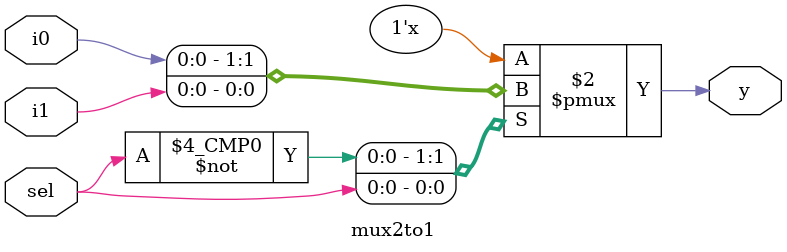
<source format=v>
module mux2to1(input i0,i1,sel,output reg y);
always@(*)
begin
case(sel)
	0 : y=i0;
	1 : y=i1;
endcase
end
endmodule


</source>
